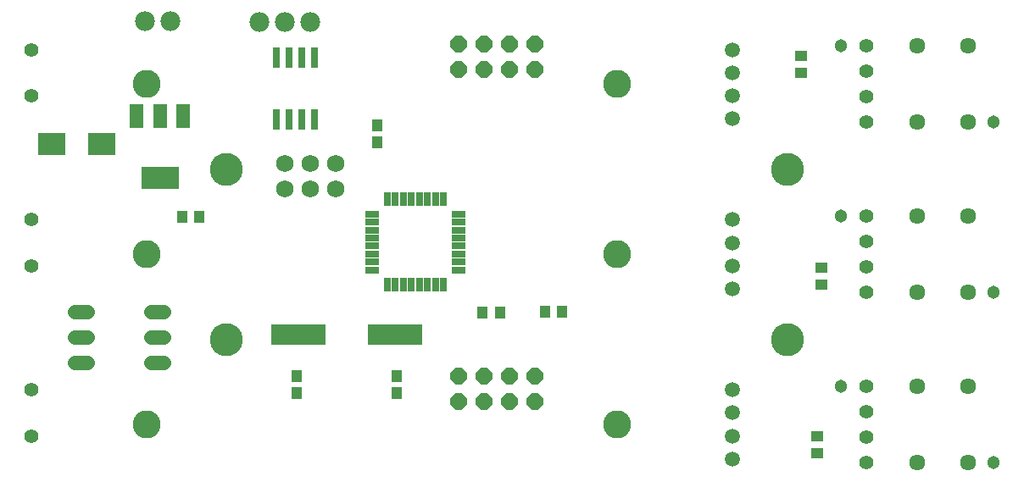
<source format=gbr>
G04 EAGLE Gerber RS-274X export*
G75*
%MOMM*%
%FSLAX34Y34*%
%LPD*%
%INSoldermask Bottom*%
%IPPOS*%
%AMOC8*
5,1,8,0,0,1.08239X$1,22.5*%
G01*
%ADD10C,3.301600*%
%ADD11R,0.762000X2.133600*%
%ADD12R,1.320800X2.336800*%
%ADD13R,3.701600X2.301600*%
%ADD14C,1.727200*%
%ADD15C,1.981200*%
%ADD16R,1.101600X1.201600*%
%ADD17R,0.660400X1.371600*%
%ADD18R,1.371600X0.660400*%
%ADD19R,2.701600X2.301600*%
%ADD20C,1.509600*%
%ADD21C,1.409600*%
%ADD22C,2.801600*%
%ADD23C,1.422400*%
%ADD24R,5.435600X2.032000*%
%ADD25C,1.609600*%
%ADD26C,1.301600*%
%ADD27R,1.201600X1.101600*%
%ADD28P,1.759533X8X202.500000*%
%ADD29P,1.759533X8X22.500000*%


D10*
X780000Y165000D03*
X780000Y335000D03*
X220000Y165000D03*
X220000Y335000D03*
D11*
X307850Y385066D03*
X307850Y446534D03*
X295150Y385066D03*
X282450Y385066D03*
X295150Y446534D03*
X282450Y446534D03*
X269750Y385066D03*
X269750Y446534D03*
D12*
X130186Y387888D03*
X153300Y387888D03*
X176414Y387888D03*
D13*
X153300Y325910D03*
D14*
X303100Y315500D03*
X303100Y340900D03*
X328500Y340900D03*
X328500Y315500D03*
X277700Y315500D03*
X277700Y340900D03*
D15*
X303200Y482500D03*
X277800Y482500D03*
X252400Y482500D03*
X138300Y483000D03*
X163700Y483000D03*
D16*
X192500Y287400D03*
X175500Y287400D03*
X475700Y191600D03*
X492700Y191600D03*
X555100Y192400D03*
X538100Y192400D03*
D17*
X436500Y219274D03*
X428500Y219274D03*
X420500Y219274D03*
X412500Y219274D03*
X404500Y219274D03*
X396500Y219274D03*
X388500Y219274D03*
X380500Y219274D03*
D18*
X365574Y234200D03*
X365574Y242200D03*
X365574Y250200D03*
X365574Y258200D03*
X365574Y266200D03*
X365574Y274200D03*
X365574Y282200D03*
X365574Y290200D03*
D17*
X380500Y305126D03*
X388500Y305126D03*
X396500Y305126D03*
X404500Y305126D03*
X412500Y305126D03*
X420500Y305126D03*
X428500Y305126D03*
X436500Y305126D03*
D18*
X451426Y290200D03*
X451426Y282200D03*
X451426Y274200D03*
X451426Y266200D03*
X451426Y258200D03*
X451426Y250200D03*
X451426Y242200D03*
X451426Y234200D03*
D16*
X370000Y361500D03*
X370000Y378500D03*
D19*
X95000Y360000D03*
X45000Y360000D03*
D20*
X725000Y408500D03*
X725000Y431500D03*
X725000Y454500D03*
X725000Y385500D03*
D21*
X25000Y454500D03*
X25000Y408500D03*
D22*
X610000Y420000D03*
X140000Y420000D03*
D20*
X725000Y238500D03*
X725000Y261500D03*
X725000Y284500D03*
X725000Y215500D03*
D21*
X25000Y284500D03*
X25000Y238500D03*
D22*
X610000Y250000D03*
X140000Y250000D03*
D20*
X725000Y68500D03*
X725000Y91500D03*
X725000Y114500D03*
X725000Y45500D03*
D21*
X25000Y114500D03*
X25000Y68500D03*
D22*
X610000Y80000D03*
X140000Y80000D03*
D23*
X81104Y141600D02*
X67896Y141600D01*
X67896Y167000D02*
X81104Y167000D01*
X81104Y192400D02*
X67896Y192400D01*
X144096Y192400D02*
X157304Y192400D01*
X157304Y141600D02*
X144096Y141600D01*
X144096Y167000D02*
X157304Y167000D01*
D24*
X291740Y170000D03*
X388260Y170000D03*
D16*
X390000Y111500D03*
X390000Y128500D03*
X290000Y111500D03*
X290000Y128500D03*
D25*
X960400Y381900D03*
X960400Y458100D03*
X909600Y458100D03*
X909600Y381900D03*
D21*
X858800Y458100D03*
X858800Y432700D03*
X858800Y407300D03*
X858800Y381900D03*
D26*
X833400Y458100D03*
X985800Y381900D03*
D25*
X960400Y211900D03*
X960400Y288100D03*
X909600Y288100D03*
X909600Y211900D03*
D21*
X858800Y288100D03*
X858800Y262700D03*
X858800Y237300D03*
X858800Y211900D03*
D26*
X833400Y288100D03*
X985800Y211900D03*
D25*
X960400Y41900D03*
X960400Y118100D03*
X909600Y118100D03*
X909600Y41900D03*
D21*
X858800Y118100D03*
X858800Y92700D03*
X858800Y67300D03*
X858800Y41900D03*
D26*
X833400Y118100D03*
X985800Y41900D03*
D27*
X794000Y431500D03*
X794000Y448500D03*
X814000Y236900D03*
X814000Y219900D03*
X810000Y68500D03*
X810000Y51500D03*
D28*
X528100Y103100D03*
X502700Y103100D03*
X477300Y103100D03*
X451900Y103100D03*
X528100Y128500D03*
X502700Y128500D03*
X477300Y128500D03*
X451900Y128500D03*
D29*
X451900Y459900D03*
X477300Y459900D03*
X502700Y459900D03*
X528100Y459900D03*
X451900Y434500D03*
X477300Y434500D03*
X502700Y434500D03*
X528100Y434500D03*
M02*

</source>
